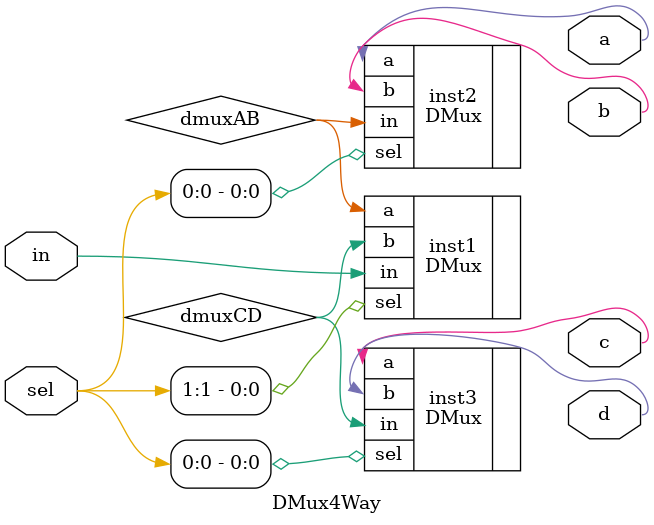
<source format=v>
module DMux4Way (
    input in,
    input [1:0] sel,
    output a, b, c, d
);
    wire dmuxAB, dmuxCD;

    DMux inst1 (.in(in),     .sel(sel[1]), .a(dmuxAB), .b(dmuxCD));
    DMux inst2 (.in(dmuxAB), .sel(sel[0]), .a(a), .b(b));
    DMux inst3 (.in(dmuxCD), .sel(sel[0]), .a(c), .b(d));
endmodule
</source>
